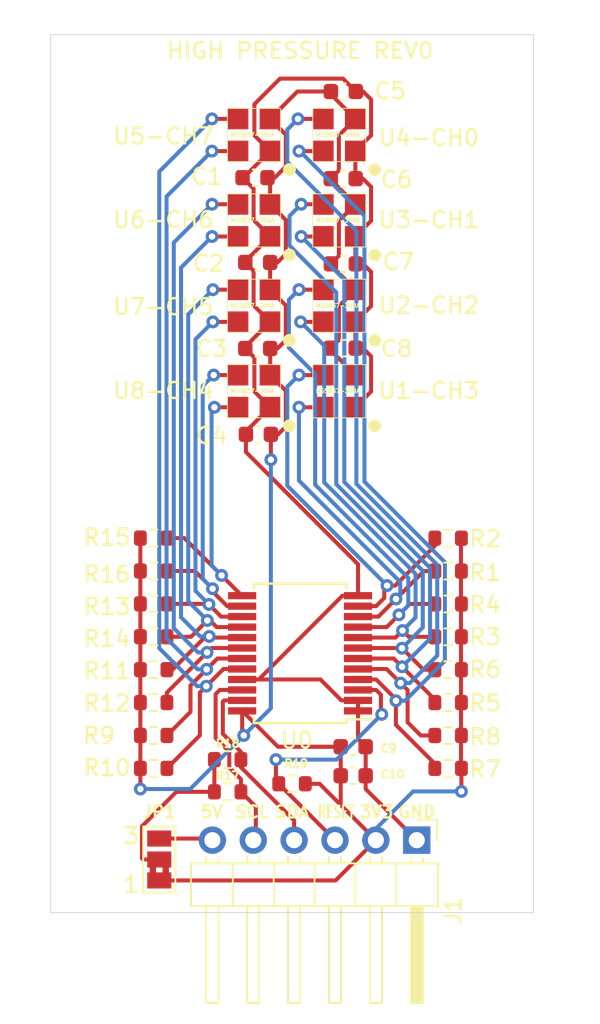
<source format=kicad_pcb>
(kicad_pcb (version 20211014) (generator pcbnew)
  (layers (0 "F.Cu" signal) (31 "B.Cu" signal) (34 "B.Paste" user) (35 "F.Paste" user) (36 "B.SilkS" user "B.Silkscreen") (37 "F.SilkS" user "F.Silkscreen") (38 "B.Mask" user) (39 "F.Mask" user) (44 "Edge.Cuts" user))
  (net 0 "")
  (net 1 "Net-(J1-Pad3)")
  (net 2 "+3V3")
  (net 3 "GND")
  (net 4 "Net-(J1-Pad4)")
  (net 5 "Net-(J1-Pad5)")
  (net 6 "Net-(R1-Pad2)")
  (net 7 "Net-(R2-Pad2)")
  (net 8 "Net-(R3-Pad2)")
  (net 9 "Net-(R4-Pad2)")
  (net 10 "Net-(R5-Pad2)")
  (net 11 "Net-(R6-Pad2)")
  (net 12 "Net-(R7-Pad2)")
  (net 13 "Net-(R8-Pad2)")
  (net 14 "Net-(R9-Pad2)")
  (net 15 "Net-(R10-Pad2)")
  (net 16 "Net-(R11-Pad2)")
  (net 17 "Net-(R12-Pad2)")
  (net 18 "Net-(R13-Pad2)")
  (net 19 "Net-(R14-Pad2)")
  (net 20 "Net-(R15-Pad2)")
  (net 21 "Net-(R16-Pad2)")
  (net 22 "+5V")
  (net 23 "Net-(JP1-Pad2)")
  (footprint "Capacitor_SMD:C_0603_1608Metric" (layer "F.Cu") (at 127.2 50.38)
    (fp_text reference "C1")
    (fp_text value "06034C104KAT2A")
  )
  (footprint "Capacitor_SMD:C_0603_1608Metric" (layer "F.Cu") (at 127.37 55.64)
    (fp_text reference "C2")
    (fp_text value "06034C104KAT2A")
  )
  (footprint "Capacitor_SMD:C_0603_1608Metric" (layer "F.Cu") (at 127.37 60.98)
    (fp_text reference "C3")
    (fp_text value "06034C104KAT2A")
  )
  (footprint "Capacitor_SMD:C_0603_1608Metric" (layer "F.Cu") (at 127.41 66.31)
    (fp_text reference "C4")
    (fp_text value "06034C104KAT2A")
  )
  (footprint "Capacitor_SMD:C_0603_1608Metric" (layer "F.Cu") (at 132.69 45.03 180)
    (fp_text reference "C5")
    (fp_text value "06034C104KAT2A")
  )
  (footprint "Capacitor_SMD:C_0603_1608Metric" (layer "F.Cu") (at 132.68 50.44 180)
    (fp_text reference "C6")
    (fp_text value "06034C104KAT2A")
  )
  (footprint "Capacitor_SMD:C_0603_1608Metric" (layer "F.Cu") (at 132.69 55.73 180)
    (fp_text reference "C7")
    (fp_text value "06034C104KAT2A")
  )
  (footprint "Capacitor_SMD:C_0603_1608Metric" (layer "F.Cu") (at 132.68 60.96 180)
    (fp_text reference "C8")
    (fp_text value "06034C104KAT2A")
  )
  (footprint "Capacitor_SMD:C_0603_1608Metric" (layer "F.Cu") (at 133.3 85.7)
    (fp_text reference "C9")
    (fp_text value "C")
  )
  (footprint "Capacitor_SMD:C_0603_1608Metric" (layer "F.Cu") (at 133.3 87.5)
    (fp_text reference "C10")
    (fp_text value "C")
  )
  (footprint "Resistor_SMD:R_0603_1608Metric" (layer "F.Cu") (at 139.2 74.797958 180)
    (fp_text reference "R1")
    (fp_text value "R")
  )
  (footprint "Resistor_SMD:R_0603_1608Metric" (layer "F.Cu") (at 139.2 72.757142 180)
    (fp_text reference "R2")
    (fp_text value "R")
  )
  (footprint "Resistor_SMD:R_0603_1608Metric" (layer "F.Cu") (at 139.2 78.87959 180)
    (fp_text reference "R3")
    (fp_text value "R")
  )
  (footprint "Resistor_SMD:R_0603_1608Metric" (layer "F.Cu") (at 139.2 76.838774 180)
    (fp_text reference "R4")
    (fp_text value "R")
  )
  (footprint "Resistor_SMD:R_0603_1608Metric" (layer "F.Cu") (at 139.2 82.961222 180)
    (fp_text reference "R5")
    (fp_text value "R")
  )
  (footprint "Resistor_SMD:R_0603_1608Metric" (layer "F.Cu") (at 139.2 80.920406 180)
    (fp_text reference "R6")
    (fp_text value "R")
  )
  (footprint "Resistor_SMD:R_0603_1608Metric" (layer "F.Cu") (at 139.2 87.042857 180)
    (fp_text reference "R7")
    (fp_text value "R")
  )
  (footprint "Resistor_SMD:R_0603_1608Metric" (layer "F.Cu") (at 139.2 85.002038 180)
    (fp_text reference "R8")
    (fp_text value "R")
  )
  (footprint "Resistor_SMD:R_0603_1608Metric" (layer "F.Cu") (at 120.9 85.001016)
    (fp_text reference "R9")
    (fp_text value "R")
  )
  (footprint "Resistor_SMD:R_0603_1608Metric" (layer "F.Cu") (at 120.9 87.042857)
    (fp_text reference "R10")
    (fp_text value "R")
  )
  (footprint "Resistor_SMD:R_0603_1608Metric" (layer "F.Cu") (at 120.9 80.917344)
    (fp_text reference "R11")
    (fp_text value "R")
  )
  (footprint "Resistor_SMD:R_0603_1608Metric" (layer "F.Cu") (at 120.9 82.95918)
    (fp_text reference "R12")
    (fp_text value "R")
  )
  (footprint "Resistor_SMD:R_0603_1608Metric" (layer "F.Cu") (at 120.9 76.833672)
    (fp_text reference "R13")
    (fp_text value "R")
  )
  (footprint "Resistor_SMD:R_0603_1608Metric" (layer "F.Cu") (at 120.9 78.875508)
    (fp_text reference "R14")
    (fp_text value "R")
  )
  (footprint "Resistor_SMD:R_0603_1608Metric" (layer "F.Cu") (at 120.9 72.75)
    (fp_text reference "R15")
    (fp_text value "R")
  )
  (footprint "Resistor_SMD:R_0603_1608Metric" (layer "F.Cu") (at 120.9 74.791836)
    (fp_text reference "R16")
    (fp_text value "R")
  )
  (footprint "Resistor_SMD:R_0603_1608Metric" (layer "F.Cu") (at 125.5 88.5 180)
    (fp_text reference "R17")
    (fp_text value "R")
  )
  (footprint "Resistor_SMD:R_0603_1608Metric" (layer "F.Cu") (at 125.5 86.5 180)
    (fp_text reference "R18")
    (fp_text value "R")
  )
  (footprint "Resistor_SMD:R_0603_1608Metric" (layer "F.Cu") (at 129.5 88 180)
    (fp_text reference "R19")
    (fp_text value "R")
  )
  (footprint "Package_SO:SSOP-24_5.3x8.2mm_P0.65mm" (layer "F.Cu") (at 130 79.9 180)
    (fp_text reference "U0")
    (fp_text value "PCA9548ADB")
  )
  (footprint "HighPressureSensorArray_Footprints:MS5837-30B" (layer "F.Cu") (at 132.224 59.43)
    (fp_text reference "U1-CH3")
    (fp_text value "MS5837")
  )
  (footprint "HighPressureSensorArray_Footprints:MS5837-30B" (layer "F.Cu") (at 132.224 54.13)
    (fp_text reference "U2-CH2")
    (fp_text value "MS5837")
  )
  (footprint "HighPressureSensorArray_Footprints:MS5837-30B" (layer "F.Cu") (at 132.224 48.83)
    (fp_text reference "U3-CH1")
    (fp_text value "MS5837")
  )
  (footprint "HighPressureSensorArray_Footprints:MS5837-30B" (layer "F.Cu") (at 132.224 43.53)
    (fp_text reference "U4-CH0")
    (fp_text value "MS5837")
  )
  (footprint "HighPressureSensorArray_Footprints:MS5837-30B" (layer "F.Cu") (at 126.924 43.53)
    (fp_text reference "U5-CH7")
    (fp_text value "MS5837")
  )
  (footprint "HighPressureSensorArray_Footprints:MS5837-30B" (layer "F.Cu") (at 126.924 48.83)
    (fp_text reference "U6-CH6")
    (fp_text value "MS5837")
  )
  (footprint "HighPressureSensorArray_Footprints:MS5837-30B" (layer "F.Cu") (at 126.924 54.13)
    (fp_text reference "U7-CH5")
    (fp_text value "MS5837")
  )
  (footprint "HighPressureSensorArray_Footprints:MS5837-30B" (layer "F.Cu") (at 126.924 59.43)
    (fp_text reference "U8-CH4")
    (fp_text value "MS5837")
  )
  (footprint "MountingHole:MountingHole_2.1mm" (layer "F.Cu") (at 117.5 44.5 90)
    (fp_text reference "H1" hide)
    (fp_text value "MountingHole")
  )
  (footprint "MountingHole:MountingHole_2.1mm" (layer "F.Cu") (at 141.5 44.5)
    (fp_text reference "H2" hide)
    (fp_text value "MountingHole")
  )
  (footprint "MountingHole:MountingHole_2.1mm" (layer "F.Cu") (at 141.5 93)
    (fp_text reference "H3" hide)
    (fp_text value "MountingHole")
  )
  (footprint "MountingHole:MountingHole_2.1mm" (layer "F.Cu") (at 117.5 93)
    (fp_text reference "H4" hide)
    (fp_text value "MountingHole")
  )
  (footprint "Jumper:SolderJumper-3_P1.3mm_Bridged2Bar12_Pad1.0x1.5mm_NumberLabels" (layer "F.Cu") (at 121.25 92.7 90)
    (fp_text reference "JP1")
    (fp_text value "SolderJumper_3_Bridged12")
  )
  (footprint "Connector_PinHeader_2.54mm:PinHeader_1x06_P2.54mm_Horizontal" (layer "F.Cu") (at 137.25 91.5 -90)
    (fp_text reference "J1")
    (fp_text value "Conn_01x06")
  )
  (gr_line (start 142.5 41.5) (end 144.5 41.5) (layer "Edge.Cuts") (width 0.05))
  (gr_line (start 117.5 96) (end 116 96) (layer "Edge.Cuts") (width 0.05))
  (gr_line (start 114.5 41.5) (end 116 41.5) (layer "Edge.Cuts") (width 0.05))
  (gr_line (start 117.5 96) (end 142.5 96) (layer "Edge.Cuts") (width 0.05))
  (gr_line (start 142.5 96) (end 144.5 96) (layer "Edge.Cuts") (width 0.05))
  (gr_line (start 114.5 96) (end 114.5 41.5) (layer "Edge.Cuts") (width 0.05))
  (gr_line (start 117.5 41.5) (end 142.5 41.5) (layer "Edge.Cuts") (width 0.05))
  (gr_line (start 144.5 96) (end 144.5 41.5) (layer "Edge.Cuts") (width 0.05))
  (gr_line (start 117.5 41.5) (end 116 41.5) (layer "Edge.Cuts") (width 0.05))
  (gr_line (start 116 96) (end 114.5 96) (layer "Edge.Cuts") (width 0.05))
  (gr_text "GND" (at 137.25 89.75) (layer "F.SilkS") (effects (font (size 0.75 0.75))))
  (gr_text "SCL" (at 127 89.75) (layer "F.SilkS") (effects (font (size 0.75 0.75))))
  (gr_text "3V3" (at 134.75 89.75) (layer "F.SilkS") (effects (font (size 0.75 0.75))))
  (gr_text "RESET" (at 132.25 89.75) (layer "F.SilkS") (effects (font (size 0.75 0.5) (thickness 0.125))))
  (gr_text "HIGH PRESSURE REV0" (at 130 42.5) (layer "F.SilkS") (effects (font (size 1 1))))
  (gr_text "SDA" (at 129.5 89.75) (layer "F.SilkS") (effects (font (size 0.75 0.75))))
  (gr_text "5V" (at 124.5 89.75) (layer "F.SilkS") (effects (font (size 0.75 0.75))))
  (segment (start 135.024999 82.474999) (end 135.024999 83.640808) (width 0.25) (layer "F.Cu") (net 1))
  (segment (start 133.6 82.175) (end 134.725 82.175) (width 0.25) (layer "F.Cu") (net 1))
  (segment (start 128.675 88) (end 128.675 88.005) (width 0.25) (layer "F.Cu") (net 1))
  (segment (start 128.5 86.5) (end 128.5 87.825) (width 0.25) (layer "F.Cu") (net 1))
  (segment (start 128.5 87.825) (end 128.675 88) (width 0.25) (layer "F.Cu") (net 1))
  (segment (start 128.675 88.005) (end 132.17 91.5) (width 0.25) (layer "F.Cu") (net 1))
  (segment (start 134.725 82.175) (end 135.024999 82.474999) (width 0.25) (layer "F.Cu") (net 1))
  (segment (start 135.024999 83.640808) (end 135.075014 83.690823) (width 0.25) (layer "F.Cu") (net 1))
  (via (at 135.075014 83.690823) (size 0.8) (drill 0.4) (layers "F.Cu" "B.Cu") (net 1))
  (via (at 128.5 86.5) (size 0.8) (drill 0.4) (layers "F.Cu" "B.Cu") (net 1))
  (segment (start 132.265837 86.5) (end 128.5 86.5) (width 0.25) (layer "B.Cu") (net 1))
  (segment (start 135.075014 83.690823) (end 132.265837 86.5) (width 0.25) (layer "B.Cu") (net 1))
  (segment (start 128.185 67.885) (end 128.185 67.885) (width 0.25) (layer "F.Cu") (net 2))
  (segment (start 140.025 88.475) (end 140.025 88.475) (width 0.25) (layer "F.Cu") (net 2))
  (segment (start 120.075 88.325) (end 120.075 88.325) (width 0.25) (layer "F.Cu") (net 2))
  (segment (start 128.145 62.622) (end 128.1366 62.6304) (width 0.25) (layer "F.Cu") (net 2))
  (segment (start 128.425 50.38) (end 129.111601 49.693399) (width 0.25) (layer "F.Cu") (net 2))
  (segment (start 121.25 94) (end 132.21 94) (width 0.25) (layer "F.Cu") (net 2))
  (segment (start 132.411601 49.933399) (end 131.905 50.44) (width 0.25) (layer "F.Cu") (net 2))
  (segment (start 130.275 85.7) (end 132.525 85.7) (width 0.25) (layer "F.Cu") (net 2))
  (segment (start 128.145 60.98) (end 128.595 60.98) (width 0.25) (layer "F.Cu") (net 2))
  (segment (start 128.1366 57.3304) (end 128.1366 55.6484) (width 0.25) (layer "F.Cu") (net 2))
  (segment (start 130.325 88) (end 131.21 88) (width 0.25) (layer "F.Cu") (net 2))
  (segment (start 130.325 88) (end 130.325 88.19141) (width 0.25) (layer "F.Cu") (net 2))
  (segment (start 120.075 72.75) (end 120.075 87.042857) (width 0.25) (layer "F.Cu") (net 2))
  (segment (start 129.837 45.03) (end 131.915 45.03) (width 0.25) (layer "F.Cu") (net 2))
  (segment (start 133.4366 46.7304) (end 132.411601 47.755399) (width 0.25) (layer "F.Cu") (net 2))
  (segment (start 128.1366 52.0304) (end 128.1366 50.5416) (width 0.25) (layer "F.Cu") (net 2))
  (segment (start 131.915 55.73) (end 131.915 55.8088) (width 0.25) (layer "F.Cu") (net 2))
  (segment (start 131.915 55.8088) (end 133.4366 57.3304) (width 0.25) (layer "F.Cu") (net 2))
  (segment (start 132.525 85.7) (end 128.625 85.7) (width 0.25) (layer "F.Cu") (net 2))
  (segment (start 133.445 62.622) (end 133.4366 62.6304) (width 0.25) (layer "F.Cu") (net 2))
  (segment (start 128.595 60.98) (end 129.111601 60.463399) (width 0.25) (layer "F.Cu") (net 2))
  (segment (start 128.1366 50.5416) (end 127.975 50.38) (width 0.25) (layer "F.Cu") (net 2))
  (segment (start 127.975 50.38) (end 128.425 50.38) (width 0.25) (layer "F.Cu") (net 2))
  (segment (start 131.915 45.2088) (end 133.4366 46.7304) (width 0.25) (layer "F.Cu") (net 2))
  (segment (start 131.21 88) (end 132.48 89.27) (width 0.25) (layer "F.Cu") (net 2))
  (segment (start 132.411601 47.755399) (end 132.411601 49.933399) (width 0.25) (layer "F.Cu") (net 2))
  (segment (start 140 72.714285) (end 140 87) (width 0.25) (layer "F.Cu") (net 2))
  (segment (start 131.915 45.03) (end 131.915 45.2088) (width 0.25) (layer "F.Cu") (net 2))
  (segment (start 129.111601 53.005401) (end 128.1366 52.0304) (width 0.25) (layer "F.Cu") (net 2))
  (segment (start 132.411601 55.233399) (end 131.915 55.73) (width 0.25) (layer "F.Cu") (net 2))
  (segment (start 132.411601 58.355399) (end 132.411601 60.453399) (width 0.25) (layer "F.Cu") (net 2))
  (segment (start 129.111601 63.605401) (end 129.111601 65.833399) (width 0.25) (layer "F.Cu") (net 2))
  (segment (start 129.111601 58.305401) (end 128.1366 57.3304) (width 0.25) (layer "F.Cu") (net 2))
  (segment (start 131.905 60.96) (end 131.905 61.0988) (width 0.25) (layer "F.Cu") (net 2))
  (segment (start 132.525 85.7) (end 132.525 87.5) (width 0.25) (layer "F.Cu") (net 2))
  (segment (start 132.411601 60.453399) (end 131.905 60.96) (width 0.25) (layer "F.Cu") (net 2))
  (segment (start 133.475 46.692) (end 133.4366 46.7304) (width 0.25) (layer "F.Cu") (net 2))
  (segment (start 131.905 50.4988) (end 133.4366 52.0304) (width 0.25) (layer "F.Cu") (net 2))
  (segment (start 133.455 57.312) (end 133.4366 57.3304) (width 0.25) (layer "F.Cu") (net 2))
  (segment (start 140.025 87.042857) (end 140.025 88.475) (width 0.25) (layer "F.Cu") (net 2))
  (segment (start 127.5625 84.6375) (end 126.4 83.475) (width 0.25) (layer "F.Cu") (net 2))
  (segment (start 126.4 84.899992) (end 126.5 84.999992) (width 0.25) (layer "F.Cu") (net 2))
  (segment (start 129.111601 49.693399) (end 129.111601 47.705401) (width 0.25) (layer "F.Cu") (net 2))
  (segment (start 126.4 83.475) (end 126.4 84.899992) (width 0.25) (layer "F.Cu") (net 2))
  (segment (start 132.411601 53.055399) (end 132.411601 55.233399) (width 0.25) (layer "F.Cu") (net 2))
  (segment (start 128.635 66.31) (end 128.185 66.31) (width 0.25) (layer "F.Cu") (net 2))
  (segment (start 129.111601 65.833399) (end 128.635 66.31) (width 0.25) (layer "F.Cu") (net 2))
  (segment (start 132.525 87.5) (end 132.525 89.225) (width 0.25) (layer "F.Cu") (net 2))
  (segment (start 128.595 55.64) (end 129.111601 55.123399) (width 0.25) (layer "F.Cu") (net 2))
  (segment (start 128.145 55.64) (end 128.595 55.64) (width 0.25) (layer "F.Cu") (net 2))
  (segment (start 129.111601 60.463399) (end 129.111601 58.305401) (width 0.25) (layer "F.Cu") (net 2))
  (segment (start 132.48 89.27) (end 134.71 91.5) (width 0.25) (layer "F.Cu") (net 2))
  (segment (start 128.145 60.98) (end 128.145 62.622) (width 0.25) (layer "F.Cu") (net 2))
  (segment (start 128.1366 55.6484) (end 128.145 55.64) (width 0.25) (layer "F.Cu") (net 2))
  (segment (start 128.1366 62.6304) (end 129.111601 63.605401) (width 0.25) (layer "F.Cu") (net 2))
  (segment (start 128.185 66.31) (end 128.185 67.885) (width 0.25) (layer "F.Cu") (net 2))
  (segment (start 131.905 50.44) (end 131.905 50.4988) (width 0.25) (layer "F.Cu") (net 2))
  (segment (start 132.21 94) (end 134.71 91.5) (width 0.25) (layer "F.Cu") (net 2))
  (segment (start 132.525 89.225) (end 132.48 89.27) (width 0.25) (layer "F.Cu") (net 2))
  (segment (start 128.1366 46.7304) (end 129.837 45.03) (width 0.25) (layer "F.Cu") (net 2))
  (segment (start 133.415 52.0088) (end 133.4366 52.0304) (width 0.25) (layer "F.Cu") (net 2))
  (segment (start 129.111601 55.123399) (end 129.111601 53.005401) (width 0.25) (layer "F.Cu") (net 2))
  (segment (start 129.111601 47.705401) (end 128.1366 46.7304) (width 0.25) (layer "F.Cu") (net 2))
  (segment (start 120.075 87.042857) (end 120.075 88.325) (width 0.25) (layer "F.Cu") (net 2))
  (segment (start 131.905 61.0988) (end 133.4366 62.6304) (width 0.25) (layer "F.Cu") (net 2))
  (segment (start 128.625 85.7) (end 127.5625 84.6375) (width 0.25) (layer "F.Cu") (net 2))
  (segment (start 128.492602 46.7304) (end 128.1366 46.7304) (width 0.25) (layer "F.Cu") (net 2))
  (segment (start 133.4366 57.3304) (end 132.411601 58.355399) (width 0.25) (layer "F.Cu") (net 2))
  (segment (start 133.4366 52.0304) (end 132.411601 53.055399) (width 0.25) (layer "F.Cu") (net 2))
  (via (at 140.025 88.475) (size 0.8) (drill 0.4) (layers "F.Cu" "B.Cu") (net 2))
  (via (at 126.5 84.999992) (size 0.8) (drill 0.4) (layers "F.Cu" "B.Cu") (net 2))
  (via (at 120.075 88.325) (size 0.8) (drill 0.4) (layers "F.Cu" "B.Cu") (net 2))
  (via (at 128.185 67.885) (size 0.8) (drill 0.4) (layers "F.Cu" "B.Cu") (net 2))
  (segment (start 120.075 88.325) (end 123.174992 88.325) (width 0.25) (layer "B.Cu") (net 2))
  (segment (start 134.214998 91.5) (end 133.96 91.5) (width 0.25) (layer "B.Cu") (net 2))
  (segment (start 137.025 88.475) (end 134.71 90.79) (width 0.25) (layer "B.Cu") (net 2))
  (segment (start 140.025 88.475) (end 137.025 88.475) (width 0.25) (layer "B.Cu") (net 2))
  (segment (start 123.174992 88.325) (end 126.5 84.999992) (width 0.25) (layer "B.Cu") (net 2))
  (segment (start 128.185 67.885) (end 128.185 83.314992) (width 0.25) (layer "B.Cu") (net 2))
  (segment (start 134.71 90.79) (end 134.71 91.5) (width 0.25) (layer "B.Cu") (net 2))
  (segment (start 128.185 83.314992) (end 126.5 84.999992) (width 0.25) (layer "B.Cu") (net 2))
  (segment (start 134.075 85.7) (end 134.075 87.5) (width 0.25) (layer "F.Cu") (net 3))
  (segment (start 132.66499 44.22999) (end 133.465 45.03) (width 0.25) (layer "F.Cu") (net 3))
  (segment (start 133.4366 48.7304) (end 133.4366 50.4216) (width 0.25) (layer "F.Cu") (net 3))
  (segment (start 134.411601 47.755399) (end 133.4366 48.7304) (width 0.25) (layer "F.Cu") (net 3))
  (segment (start 127.161599 61.546599) (end 126.595 60.98) (width 0.25) (layer "F.Cu") (net 3))
  (segment (start 126.595 55.572) (end 128.1366 54.0304) (width 0.25) (layer "F.Cu") (net 3))
  (segment (start 127.161599 45.820399) (end 128.752008 44.22999) (width 0.25) (layer "F.Cu") (net 3))
  (segment (start 134.411601 58.355399) (end 133.4366 59.3304) (width 0.25) (layer "F.Cu") (net 3))
  (segment (start 133.915 45.03) (end 134.411601 45.526601) (width 0.25) (layer "F.Cu") (net 3))
  (segment (start 133.465 45.03) (end 133.915 45.03) (width 0.25) (layer "F.Cu") (net 3))
  (segment (start 127.161599 47.755399) (end 127.161599 45.820399) (width 0.25) (layer "F.Cu") (net 3))
  (segment (start 126.595 60.98) (end 126.595 60.872) (width 0.25) (layer "F.Cu") (net 3))
  (segment (start 133.915 55.73) (end 134.411601 56.226601) (width 0.25) (layer "F.Cu") (net 3))
  (segment (start 126.595 60.872) (end 128.1366 59.3304) (width 0.25) (layer "F.Cu") (net 3))
  (segment (start 127.111601 56.156601) (end 126.595 55.64) (width 0.25) (layer "F.Cu") (net 3))
  (segment (start 126.487 50.38) (end 128.1366 48.7304) (width 0.25) (layer "F.Cu") (net 3))
  (segment (start 126.635 66.31) (end 126.635 66.132) (width 0.25) (layer "F.Cu") (net 3))
  (segment (start 133.4366 55.7016) (end 133.465 55.73) (width 0.25) (layer "F.Cu") (net 3))
  (segment (start 134.5 88.75) (end 137.25 91.5) (width 0.25) (layer "F.Cu") (net 3))
  (segment (start 127.111601 53.005401) (end 127.111601 51.066601) (width 0.25) (layer "F.Cu") (net 3))
  (segment (start 133.905 60.96) (end 134.411601 61.466601) (width 0.25) (layer "F.Cu") (net 3))
  (segment (start 132.564998 82.825) (end 133.6 82.825) (width 0.25) (layer "F.Cu") (net 3))
  (segment (start 126.4 81.525) (end 131.264998 81.525) (width 0.25) (layer "F.Cu") (net 3))
  (segment (start 126.635 66.31) (end 126.635 67.408002) (width 0.25) (layer "F.Cu") (net 3))
  (segment (start 131.264998 81.525) (end 132.564998 82.825) (width 0.25) (layer "F.Cu") (net 3))
  (segment (start 133.905 50.44) (end 134.411601 50.946601) (width 0.25) (layer "F.Cu") (net 3))
  (segment (start 133.465 55.73) (end 133.915 55.73) (width 0.25) (layer "F.Cu") (net 3))
  (segment (start 128.1366 48.7304) (end 127.161599 47.755399) (width 0.25) (layer "F.Cu") (net 3))
  (segment (start 127.161599 63.655399) (end 127.161599 61.546599) (width 0.25) (layer "F.Cu") (net 3))
  (segment (start 133.4366 50.4216) (end 133.455 50.44) (width 0.25) (layer "F.Cu") (net 3))
  (segment (start 133.6 82.825) (end 133.6 83.475) (width 0.25) (layer "F.Cu") (net 3))
  (segment (start 133.455 50.44) (end 133.905 50.44) (width 0.25) (layer "F.Cu") (net 3))
  (segment (start 134.411601 53.055399) (end 133.4366 54.0304) (width 0.25) (layer "F.Cu") (net 3))
  (segment (start 134.411601 63.655399) (end 133.4366 64.6304) (width 0.25) (layer "F.Cu") (net 3))
  (segment (start 134.411601 45.526601) (end 134.411601 47.755399) (width 0.25) (layer "F.Cu") (net 3))
  (segment (start 134.411601 56.226601) (end 134.411601 58.355399) (width 0.25) (layer "F.Cu") (net 3))
  (segment (start 133.4366 59.3304) (end 133.4366 60.9416) (width 0.25) (layer "F.Cu") (net 3))
  (segment (start 128.752008 44.22999) (end 132.66499 44.22999) (width 0.25) (layer "F.Cu") (net 3))
  (segment (start 128.1366 64.6304) (end 127.161599 63.655399) (width 0.25) (layer "F.Cu") (net 3))
  (segment (start 126.595 55.64) (end 126.595 55.572) (width 0.25) (layer "F.Cu") (net 3))
  (segment (start 127.435002 81.525) (end 126.4 81.525) (width 0.25) (layer "F.Cu") (net 3))
  (segment (start 134.075 88.325) (end 134.5 88.75) (width 0.25) (layer "F.Cu") (net 3))
  (segment (start 126.635 66.132) (end 128.1366 64.6304) (width 0.25) (layer "F.Cu") (net 3))
  (segment (start 126.425 50.38) (end 126.487 50.38) (width 0.25) (layer "F.Cu") (net 3))
  (segment (start 133.4366 60.9416) (end 133.455 60.96) (width 0.25) (layer "F.Cu") (net 3))
  (segment (start 126.635 67.408002) (end 133.6 74.373002) (width 0.25) (layer "F.Cu") (net 3))
  (segment (start 133.6 74.373002) (end 133.6 76.325) (width 0.25) (layer "F.Cu") (net 3))
  (segment (start 133.6 76.325) (end 132.635002 76.325) (width 0.25) (layer "F.Cu") (net 3))
  (segment (start 128.1366 54.0304) (end 127.111601 53.005401) (width 0.25) (layer "F.Cu") (net 3))
  (segment (start 133.455 60.96) (end 133.905 60.96) (width 0.25) (layer "F.Cu") (net 3))
  (segment (start 134.411601 61.466601) (end 134.411601 63.655399) (width 0.25) (layer "F.Cu") (net 3))
  (segment (start 127.111601 51.066601) (end 126.425 50.38) (width 0.25) (layer "F.Cu") (net 3))
  (segment (start 132.635002 76.325) (end 127.435002 81.525) (width 0.25) (layer "F.Cu") (net 3))
  (segment (start 127.111601 58.305401) (end 127.111601 56.156601) (width 0.25) (layer "F.Cu") (net 3))
  (segment (start 133.4366 54.0304) (end 133.4366 55.7016) (width 0.25) (layer "F.Cu") (net 3))
  (segment (start 134.411601 50.946601) (end 134.411601 53.055399) (width 0.25) (layer "F.Cu") (net 3))
  (segment (start 134.075 87.5) (end 134.075 88.325) (width 0.25) (layer "F.Cu") (net 3))
  (segment (start 133.6 83.475) (end 133.6 85.225) (width 0.25) (layer "F.Cu") (net 3))
  (segment (start 133.6 85.225) (end 134.075 85.7) (width 0.25) (layer "F.Cu") (net 3))
  (segment (start 128.1366 59.3304) (end 127.111601 58.305401) (width 0.25) (layer "F.Cu") (net 3))
  (segment (start 125.275 82.825) (end 125.199999 82.900001) (width 0.25) (layer "F.Cu") (net 4))
  (segment (start 126.325 86.025) (end 126.325 86.5) (width 0.25) (layer "F.Cu") (net 4))
  (segment (start 125.200011 84.900011) (end 126.325 86.025) (width 0.25) (layer "F.Cu") (net 4))
  (segment (start 126.4 82.825) (end 125.275 82.825) (width 0.25) (layer "F.Cu") (net 4))
  (segment (start 129.63 90.28) (end 129.63 91.5) (width 0.25) (layer "F.Cu") (net 4))
  (segment (start 125.199999 82.900001) (end 125.199999 83.960001) (width 0.25) (layer "F.Cu") (net 4))
  (segment (start 126.325 86.975) (end 129.63 90.28) (width 0.25) (layer "F.Cu") (net 4))
  (segment (start 125.199999 83.960001) (end 125.200011 83.960013) (width 0.25) (layer "F.Cu") (net 4))
  (segment (start 126.325 86.5) (end 126.325 86.975) (width 0.25) (layer "F.Cu") (net 4))
  (segment (start 125.200011 83.960013) (end 125.200011 84.900011) (width 0.25) (layer "F.Cu") (net 4))
  (segment (start 125.011281 82.175) (end 124.75 82.436281) (width 0.25) (layer "F.Cu") (net 5))
  (segment (start 126.4 82.175) (end 125.011281 82.175) (width 0.25) (layer "F.Cu") (net 5))
  (segment (start 126.325 88.5) (end 127.25 89.425) (width 0.25) (layer "F.Cu") (net 5))
  (segment (start 124.749988 82.803599) (end 124.749988 84.146401) (width 0.25) (layer "F.Cu") (net 5))
  (segment (start 125.59999 86.007532) (end 125.59999 86.992468) (width 0.25) (layer "F.Cu") (net 5))
  (segment (start 126.325 87.717478) (end 126.325 88.5) (width 0.25) (layer "F.Cu") (net 5))
  (segment (start 124.749988 84.146401) (end 124.75 84.146413) (width 0.25) (layer "F.Cu") (net 5))
  (segment (start 124.75 84.146413) (end 124.75 85.157542) (width 0.25) (layer "F.Cu") (net 5))
  (segment (start 124.75 82.436281) (end 124.75 82.803587) (width 0.25) (layer "F.Cu") (net 5))
  (segment (start 127.25 91.34) (end 127.09 91.5) (width 0.25) (layer "F.Cu") (net 5))
  (segment (start 124.75 85.157542) (end 125.59999 86.007532) (width 0.25) (layer "F.Cu") (net 5))
  (segment (start 125.59999 86.992468) (end 126.325 87.717478) (width 0.25) (layer "F.Cu") (net 5))
  (segment (start 127.25 89.425) (end 127.25 91.34) (width 0.25) (layer "F.Cu") (net 5))
  (segment (start 124.75 82.803587) (end 124.749988 82.803599) (width 0.25) (layer "F.Cu") (net 5))
  (segment (start 129.9304 64.6304) (end 129.9304 64.6304) (width 0.25) (layer "F.Cu") (net 6))
  (segment (start 130.0304 64.6304) (end 129.9304 64.6304) (width 0.25) (layer "F.Cu") (net 6))
  (segment (start 138.375 74.797958) (end 137.690833 74.797958) (width 0.25) (layer "F.Cu") (net 6))
  (segment (start 131.4366 64.6304) (end 130.0304 64.6304) (width 0.25) (layer "F.Cu") (net 6))
  (segment (start 133.6 77.625) (end 134.863791 77.625) (width 0.25) (layer "F.Cu") (net 6))
  (segment (start 137.690833 74.797958) (end 135.957465 76.531326) (width 0.25) (layer "F.Cu") (net 6))
  (segment (start 134.863791 77.625) (end 135.957465 76.531326) (width 0.25) (layer "F.Cu") (net 6))
  (via (at 135.957465 76.531326) (size 0.8) (drill 0.4) (layers "F.Cu" "B.Cu") (net 6))
  (via (at 129.9304 64.6304) (size 0.8) (drill 0.4) (layers "F.Cu" "B.Cu") (net 6))
  (segment (start 129.9304 69.1804) (end 136.225001 75.475001) (width 0.25) (layer "B.Cu") (net 6))
  (segment (start 136.225001 75.475001) (end 136.225001 76.26379) (width 0.25) (layer "B.Cu") (net 6))
  (segment (start 129.9304 64.6304) (end 129.9304 69.1804) (width 0.25) (layer "B.Cu") (net 6))
  (segment (start 136.225001 76.26379) (end 135.957465 76.531326) (width 0.25) (layer "B.Cu") (net 6))
  (segment (start 129.9304 62.6304) (end 129.9304 62.6304) (width 0.25) (layer "F.Cu") (net 7))
  (segment (start 138.375 73.232142) (end 135.90934 75.697802) (width 0.25) (layer "F.Cu") (net 7))
  (segment (start 134.725 76.975) (end 135.232464 76.467536) (width 0.25) (layer "F.Cu") (net 7))
  (segment (start 133.6 76.975) (end 134.725 76.975) (width 0.25) (layer "F.Cu") (net 7))
  (segment (start 138.375 72.757142) (end 138.375 73.232142) (width 0.25) (layer "F.Cu") (net 7))
  (segment (start 131.4366 62.6304) (end 129.9304 62.6304) (width 0.25) (layer "F.Cu") (net 7))
  (segment (start 135.232464 75.870299) (end 135.404961 75.697802) (width 0.25) (layer "F.Cu") (net 7))
  (segment (start 135.232464 76.467536) (end 135.232464 75.870299) (width 0.25) (layer "F.Cu") (net 7))
  (segment (start 135.90934 75.697802) (end 135.404961 75.697802) (width 0.25) (layer "F.Cu") (net 7))
  (via (at 135.404961 75.697802) (size 0.8) (drill 0.4) (layers "F.Cu" "B.Cu") (net 7))
  (via (at 129.9304 62.6304) (size 0.8) (drill 0.4) (layers "F.Cu" "B.Cu") (net 7))
  (segment (start 129.205399 63.355401) (end 129.205399 69.49824) (width 0.25) (layer "B.Cu") (net 7))
  (segment (start 129.205399 69.49824) (end 135.404961 75.697802) (width 0.25) (layer "B.Cu") (net 7))
  (segment (start 129.9304 62.6304) (end 129.205399 63.355401) (width 0.25) (layer "B.Cu") (net 7))
  (segment (start 130.0304 59.3304) (end 130.0304 59.3304) (width 0.25) (layer "F.Cu") (net 8))
  (segment (start 136.75797 78.87959) (end 138.375 78.87959) (width 0.25) (layer "F.Cu") (net 8))
  (segment (start 135.93059 78.925) (end 136.366985 78.488605) (width 0.25) (layer "F.Cu") (net 8))
  (segment (start 133.6 78.925) (end 135.93059 78.925) (width 0.25) (layer "F.Cu") (net 8))
  (segment (start 131.4366 59.3304) (end 130.1304 59.3304) (width 0.25) (layer "F.Cu") (net 8))
  (segment (start 136.366985 78.488605) (end 136.75797 78.87959) (width 0.25) (layer "F.Cu") (net 8))
  (segment (start 130.1304 59.3304) (end 130.0304 59.3304) (width 0.25) (layer "F.Cu") (net 8))
  (via (at 130.0304 59.3304) (size 0.8) (drill 0.4) (layers "F.Cu" "B.Cu") (net 8))
  (via (at 136.366985 78.488605) (size 0.8) (drill 0.4) (layers "F.Cu" "B.Cu") (net 8))
  (segment (start 130.0304 59.3304) (end 131.5 60.8) (width 0.25) (layer "B.Cu") (net 8))
  (segment (start 137.175007 77.680583) (end 136.366985 78.488605) (width 0.25) (layer "B.Cu") (net 8))
  (segment (start 137.175007 74.970651) (end 137.175007 77.680583) (width 0.25) (layer "B.Cu") (net 8))
  (segment (start 131.5 60.8) (end 131.5 69.295644) (width 0.25) (layer "B.Cu") (net 8))
  (segment (start 131.5 69.295644) (end 137.175007 74.970651) (width 0.25) (layer "B.Cu") (net 8))
  (segment (start 129.9304 57.3304) (end 129.9304 57.3304) (width 0.25) (layer "F.Cu") (net 9))
  (segment (start 136.818693 76.838774) (end 136.143606 77.513861) (width 0.25) (layer "F.Cu") (net 9))
  (segment (start 138.375 76.838774) (end 136.818693 76.838774) (width 0.25) (layer "F.Cu") (net 9))
  (segment (start 131.4366 57.3304) (end 129.9304 57.3304) (width 0.25) (layer "F.Cu") (net 9))
  (segment (start 135.382467 78.275) (end 136.143606 77.513861) (width 0.25) (layer "F.Cu") (net 9))
  (segment (start 133.6 78.275) (end 135.382467 78.275) (width 0.25) (layer "F.Cu") (net 9))
  (via (at 136.143606 77.513861) (size 0.8) (drill 0.4) (layers "F.Cu" "B.Cu") (net 9))
  (via (at 129.9304 57.3304) (size 0.8) (drill 0.4) (layers "F.Cu" "B.Cu") (net 9))
  (segment (start 129.9304 57.3304) (end 129.305399 57.955401) (width 0.25) (layer "B.Cu") (net 9))
  (segment (start 130.936501 69.436501) (end 136.725001 75.225001) (width 0.25) (layer "B.Cu") (net 9))
  (segment (start 136.725001 76.932466) (end 136.143606 77.513861) (width 0.25) (layer "B.Cu") (net 9))
  (segment (start 129.305399 57.955401) (end 129.305399 60.932397) (width 0.25) (layer "B.Cu") (net 9))
  (segment (start 129.305399 60.932397) (end 130.936501 62.563499) (width 0.25) (layer "B.Cu") (net 9))
  (segment (start 130.936501 62.563499) (end 130.936501 69.436501) (width 0.25) (layer "B.Cu") (net 9))
  (segment (start 136.725001 75.225001) (end 136.725001 76.932466) (width 0.25) (layer "B.Cu") (net 9))
  (segment (start 130.0696 54.0304) (end 130.0696 54.0304) (width 0.25) (layer "F.Cu") (net 10))
  (segment (start 131.4366 54.0304) (end 130.0696 54.0304) (width 0.25) (layer "F.Cu") (net 10))
  (segment (start 133.6 80.225) (end 135.823986 80.225) (width 0.25) (layer "F.Cu") (net 10))
  (segment (start 138.375 82.776014) (end 136.335351 80.736365) (width 0.25) (layer "F.Cu") (net 10))
  (segment (start 138.375 82.961222) (end 138.375 82.776014) (width 0.25) (layer "F.Cu") (net 10))
  (segment (start 135.823986 80.225) (end 136.335351 80.736365) (width 0.25) (layer "F.Cu") (net 10))
  (via (at 130.0696 54.0304) (size 0.8) (drill 0.4) (layers "F.Cu" "B.Cu") (net 10))
  (via (at 136.335351 80.736365) (size 0.8) (drill 0.4) (layers "F.Cu" "B.Cu") (net 10))
  (segment (start 138.075029 74.59785) (end 138.075029 78.996687) (width 0.25) (layer "B.Cu") (net 10))
  (segment (start 138.075029 78.996687) (end 136.335351 80.736365) (width 0.25) (layer "B.Cu") (net 10))
  (segment (start 130.0696 54.0304) (end 132.75 56.7108) (width 0.25) (layer "B.Cu") (net 10))
  (segment (start 132.75 56.7108) (end 132.75 69.272821) (width 0.25) (layer "B.Cu") (net 10))
  (segment (start 132.75 69.272821) (end 138.075029 74.59785) (width 0.25) (layer "B.Cu") (net 10))
  (segment (start 130.0696 52.0304) (end 130.0696 52.0304) (width 0.25) (layer "F.Cu") (net 11))
  (segment (start 136.325 79.575) (end 136.33619 79.58619) (width 0.25) (layer "F.Cu") (net 11))
  (segment (start 131.4366 52.0304) (end 130.0696 52.0304) (width 0.25) (layer "F.Cu") (net 11))
  (segment (start 137.670406 80.920406) (end 136.33619 79.58619) (width 0.25) (layer "F.Cu") (net 11))
  (segment (start 133.6 79.575) (end 136.325 79.575) (width 0.25) (layer "F.Cu") (net 11))
  (segment (start 138.375 80.920406) (end 137.670406 80.920406) (width 0.25) (layer "F.Cu") (net 11))
  (via (at 136.33619 79.58619) (size 0.8) (drill 0.4) (layers "F.Cu" "B.Cu") (net 11))
  (via (at 130.0696 52.0304) (size 0.8) (drill 0.4) (layers "F.Cu" "B.Cu") (net 11))
  (segment (start 137.625018 74.784251) (end 137.625018 78.297362) (width 0.25) (layer "B.Cu") (net 11))
  (segment (start 137.625018 78.297362) (end 136.33619 79.58619) (width 0.25) (layer "B.Cu") (net 11))
  (segment (start 132.25 57.5) (end 132.25 69.409233) (width 0.25) (layer "B.Cu") (net 11))
  (segment (start 129.344599 52.755401) (end 129.344599 54.594599) (width 0.25) (layer "B.Cu") (net 11))
  (segment (start 129.344599 54.594599) (end 132.25 57.5) (width 0.25) (layer "B.Cu") (net 11))
  (segment (start 130.0696 52.0304) (end 129.344599 52.755401) (width 0.25) (layer "B.Cu") (net 11))
  (segment (start 132.25 69.409233) (end 137.625018 74.784251) (width 0.25) (layer "B.Cu") (net 11))
  (segment (start 129.9304 48.7304) (end 129.9304 48.7304) (width 0.25) (layer "F.Cu") (net 12))
  (segment (start 135.957015 82.757015) (end 135.957015 82.847552) (width 0.25) (layer "F.Cu") (net 12))
  (segment (start 134.725 81.525) (end 135.957015 82.757015) (width 0.25) (layer "F.Cu") (net 12))
  (segment (start 138.375 87.042857) (end 138.375 86.758929) (width 0.25) (layer "F.Cu") (net 12))
  (segment (start 133.6 81.525) (end 134.725 81.525) (width 0.25) (layer "F.Cu") (net 12))
  (segment (start 131.4366 48.7304) (end 129.9304 48.7304) (width 0.25) (layer "F.Cu") (net 12))
  (segment (start 138.375 86.758929) (end 135.957015 84.340944) (width 0.25) (layer "F.Cu") (net 12))
  (segment (start 135.957015 84.340944) (end 135.957015 82.847552) (width 0.25) (layer "F.Cu") (net 12))
  (via (at 135.957015 82.847552) (size 0.8) (drill 0.4) (layers "F.Cu" "B.Cu") (net 12))
  (via (at 129.9304 48.7304) (size 0.8) (drill 0.4) (layers "F.Cu" "B.Cu") (net 12))
  (segment (start 139 74.25) (end 134 69.25) (width 0.25) (layer "B.Cu") (net 12))
  (segment (start 135.957015 82.847552) (end 136.5227 82.847552) (width 0.25) (layer "B.Cu") (net 12))
  (segment (start 134 69.25) (end 134 52.75) (width 0.25) (layer "B.Cu") (net 12))
  (segment (start 139 80.370252) (end 139 74.25) (width 0.25) (layer "B.Cu") (net 12))
  (segment (start 136.5227 82.847552) (end 139 80.370252) (width 0.25) (layer "B.Cu") (net 12))
  (segment (start 134 52.75) (end 129.9804 48.7304) (width 0.25) (layer "B.Cu") (net 12))
  (segment (start 129.9804 48.7304) (end 129.9304 48.7304) (width 0.25) (layer "B.Cu") (net 12))
  (segment (start 129.8696 46.7304) (end 129.8696 46.7304) (width 0.25) (layer "F.Cu") (net 13))
  (segment (start 137.502038 85.002038) (end 138.375 85.002038) (width 0.25) (layer "F.Cu") (net 13))
  (segment (start 136.682016 82.182022) (end 136.682016 84.182016) (width 0.25) (layer "F.Cu") (net 13))
  (segment (start 135.374994 80.875) (end 136.249994 81.75) (width 0.25) (layer "F.Cu") (net 13))
  (segment (start 136.682016 84.182016) (end 137.502038 85.002038) (width 0.25) (layer "F.Cu") (net 13))
  (segment (start 131.4366 46.7304) (end 129.8696 46.7304) (width 0.25) (layer "F.Cu") (net 13))
  (segment (start 136.249994 81.75) (end 136.682016 82.182022) (width 0.25) (layer "F.Cu") (net 13))
  (segment (start 133.6 80.875) (end 135.374994 80.875) (width 0.25) (layer "F.Cu") (net 13))
  (via (at 129.8696 46.7304) (size 0.8) (drill 0.4) (layers "F.Cu" "B.Cu") (net 13))
  (via (at 136.249994 81.75) (size 0.8) (drill 0.4) (layers "F.Cu" "B.Cu") (net 13))
  (segment (start 136.815679 81.75) (end 136.249994 81.75) (width 0.25) (layer "B.Cu") (net 13))
  (segment (start 133.5 53.693899) (end 133.5 69.38641) (width 0.25) (layer "B.Cu") (net 13))
  (segment (start 129.8696 46.7304) (end 129.205399 47.394601) (width 0.25) (layer "B.Cu") (net 13))
  (segment (start 138.52504 80.040639) (end 136.815679 81.75) (width 0.25) (layer "B.Cu") (net 13))
  (segment (start 138.52504 74.41145) (end 138.52504 80.040639) (width 0.25) (layer "B.Cu") (net 13))
  (segment (start 133.5 69.38641) (end 138.52504 74.41145) (width 0.25) (layer "B.Cu") (net 13))
  (segment (start 129.205399 49.399298) (end 133.5 53.693899) (width 0.25) (layer "B.Cu") (net 13))
  (segment (start 129.205399 47.394601) (end 129.205399 49.399298) (width 0.25) (layer "B.Cu") (net 13))
  (segment (start 124.5196 48.7304) (end 124.5196 48.7304) (width 0.25) (layer "F.Cu") (net 14))
  (segment (start 124.862959 80.225) (end 124.192304 80.895655) (width 0.25) (layer "F.Cu") (net 14))
  (segment (start 123.1885 81.899459) (end 124.192304 80.895655) (width 0.25) (layer "F.Cu") (net 14))
  (segment (start 121.725 85.001016) (end 123.1885 83.537516) (width 0.25) (layer "F.Cu") (net 14))
  (segment (start 126.1366 48.7304) (end 124.5196 48.7304) (width 0.25) (layer "F.Cu") (net 14))
  (segment (start 126.4 80.225) (end 124.862959 80.225) (width 0.25) (layer "F.Cu") (net 14))
  (segment (start 123.1885 83.537516) (end 123.1885 81.899459) (width 0.25) (layer "F.Cu") (net 14))
  (via (at 124.5196 48.7304) (size 0.8) (drill 0.4) (layers "F.Cu" "B.Cu") (net 14))
  (via (at 124.192304 80.895655) (size 0.8) (drill 0.4) (layers "F.Cu" "B.Cu") (net 14))
  (segment (start 123.626619 80.895655) (end 124.192304 80.895655) (width 0.25) (layer "B.Cu") (net 14))
  (segment (start 121.700011 51.549989) (end 121.700011 78.969047) (width 0.25) (layer "B.Cu") (net 14))
  (segment (start 124.5196 48.7304) (end 121.700011 51.549989) (width 0.25) (layer "B.Cu") (net 14))
  (segment (start 121.700011 78.969047) (end 123.626619 80.895655) (width 0.25) (layer "B.Cu") (net 14))
  (segment (start 124.5196 46.7304) (end 124.5196 46.7304) (width 0.25) (layer "F.Cu") (net 15))
  (segment (start 125.238279 80.875) (end 124.171929 81.94135) (width 0.25) (layer "F.Cu") (net 15))
  (segment (start 126.1366 46.7304) (end 124.5196 46.7304) (width 0.25) (layer "F.Cu") (net 15))
  (segment (start 121.725 87.042857) (end 123.77193 84.995927) (width 0.25) (layer "F.Cu") (net 15))
  (segment (start 126.4 80.875) (end 125.238279 80.875) (width 0.25) (layer "F.Cu") (net 15))
  (segment (start 123.77193 84.995927) (end 123.77193 82.341349) (width 0.25) (layer "F.Cu") (net 15))
  (segment (start 123.77193 82.341349) (end 124.171929 81.94135) (width 0.25) (layer "F.Cu") (net 15))
  (via (at 124.5196 46.7304) (size 0.8) (drill 0.4) (layers "F.Cu" "B.Cu") (net 15))
  (via (at 124.171929 81.94135) (size 0.8) (drill 0.4) (layers "F.Cu" "B.Cu") (net 15))
  (segment (start 121.25 79.585106) (end 123.606244 81.94135) (width 0.25) (layer "B.Cu") (net 15))
  (segment (start 123.606244 81.94135) (end 124.171929 81.94135) (width 0.25) (layer "B.Cu") (net 15))
  (segment (start 124.5196 46.7304) (end 121.25 50) (width 0.25) (layer "B.Cu") (net 15))
  (segment (start 121.25 50) (end 121.25 79.585106) (width 0.25) (layer "B.Cu") (net 15))
  (segment (start 124.5304 54.0304) (end 124.5304 54.0304) (width 0.25) (layer "F.Cu") (net 16))
  (segment (start 126.4 78.85) (end 126.375001 78.825001) (width 0.25) (layer "F.Cu") (net 16))
  (segment (start 126.1366 54.0304) (end 124.5304 54.0304) (width 0.25) (layer "F.Cu") (net 16))
  (segment (start 124.425936 78.925) (end 124.35625 78.855314) (width 0.25) (layer "F.Cu") (net 16))
  (segment (start 126.4 78.925) (end 126.4 78.85) (width 0.25) (layer "F.Cu") (net 16))
  (segment (start 124.134321 78.855314) (end 124.35625 78.855314) (width 0.25) (layer "F.Cu") (net 16))
  (segment (start 126.4 78.925) (end 124.425936 78.925) (width 0.25) (layer "F.Cu") (net 16))
  (segment (start 122.072291 80.917344) (end 124.134321 78.855314) (width 0.25) (layer "F.Cu") (net 16))
  (segment (start 121.725 80.917344) (end 122.072291 80.917344) (width 0.25) (layer "F.Cu") (net 16))
  (via (at 124.5304 54.0304) (size 0.8) (drill 0.4) (layers "F.Cu" "B.Cu") (net 16))
  (via (at 124.35625 78.855314) (size 0.8) (drill 0.4) (layers "F.Cu" "B.Cu") (net 16))
  (segment (start 124.5304 54.0304) (end 122.600033 55.960767) (width 0.25) (layer "B.Cu") (net 16))
  (segment (start 122.600033 55.960767) (end 122.600033 77.664782) (width 0.25) (layer "B.Cu") (net 16))
  (segment (start 123.790565 78.855314) (end 124.35625 78.855314) (width 0.25) (layer "B.Cu") (net 16))
  (segment (start 122.600033 77.664782) (end 123.790565 78.855314) (width 0.25) (layer "B.Cu") (net 16))
  (segment (start 124.5304 52.0304) (end 124.5304 52.0304) (width 0.25) (layer "F.Cu") (net 17))
  (segment (start 121.725 82.337639) (end 124.217049 79.84559) (width 0.25) (layer "F.Cu") (net 17))
  (segment (start 121.725 82.95918) (end 121.725 82.337639) (width 0.25) (layer "F.Cu") (net 17))
  (segment (start 126.1366 52.0304) (end 124.5304 52.0304) (width 0.25) (layer "F.Cu") (net 17))
  (segment (start 126.4 79.575) (end 124.487639 79.575) (width 0.25) (layer "F.Cu") (net 17))
  (segment (start 124.487639 79.575) (end 124.217049 79.84559) (width 0.25) (layer "F.Cu") (net 17))
  (via (at 124.5304 52.0304) (size 0.8) (drill 0.4) (layers "F.Cu" "B.Cu") (net 17))
  (via (at 124.217049 79.84559) (size 0.8) (drill 0.4) (layers "F.Cu" "B.Cu") (net 17))
  (segment (start 123.651364 79.84559) (end 124.217049 79.84559) (width 0.25) (layer "B.Cu") (net 17))
  (segment (start 122.150022 54.410778) (end 122.150022 78.344248) (width 0.25) (layer "B.Cu") (net 17))
  (segment (start 122.150022 78.344248) (end 123.651364 79.84559) (width 0.25) (layer "B.Cu") (net 17))
  (segment (start 124.5304 52.0304) (end 122.150022 54.410778) (width 0.25) (layer "B.Cu") (net 17))
  (segment (start 124.5804 59.3304) (end 124.5804 59.3304) (width 0.25) (layer "F.Cu") (net 18))
  (segment (start 126.4 77.625) (end 125.092141 77.625) (width 0.25) (layer "F.Cu") (net 18))
  (segment (start 125.092141 77.625) (end 124.334858 76.867717) (width 0.25) (layer "F.Cu") (net 18))
  (segment (start 121.725 76.833672) (end 124.300813 76.833672) (width 0.25) (layer "F.Cu") (net 18))
  (segment (start 124.300813 76.833672) (end 124.334858 76.867717) (width 0.25) (layer "F.Cu") (net 18))
  (segment (start 126.1366 59.3304) (end 124.5804 59.3304) (width 0.25) (layer "F.Cu") (net 18))
  (via (at 124.5804 59.3304) (size 0.8) (drill 0.4) (layers "F.Cu" "B.Cu") (net 18))
  (via (at 124.334858 76.867717) (size 0.8) (drill 0.4) (layers "F.Cu" "B.Cu") (net 18))
  (segment (start 123.500055 76.032914) (end 124.334858 76.867717) (width 0.25) (layer "B.Cu") (net 18))
  (segment (start 123.500055 60.410745) (end 123.500055 76.032914) (width 0.25) (layer "B.Cu") (net 18))
  (segment (start 124.5804 59.3304) (end 123.500055 60.410745) (width 0.25) (layer "B.Cu") (net 18))
  (segment (start 124.5804 57.3304) (end 124.5804 57.3304) (width 0.25) (layer "F.Cu") (net 19))
  (segment (start 126.4 78.275) (end 124.813583 78.275) (width 0.25) (layer "F.Cu") (net 19))
  (segment (start 126.1366 57.3304) (end 124.5804 57.3304) (width 0.25) (layer "F.Cu") (net 19))
  (segment (start 124.401291 77.862708) (end 124.234774 77.862708) (width 0.25) (layer "F.Cu") (net 19))
  (segment (start 124.813583 78.275) (end 124.401291 77.862708) (width 0.25) (layer "F.Cu") (net 19))
  (segment (start 123.221974 78.875508) (end 124.234774 77.862708) (width 0.25) (layer "F.Cu") (net 19))
  (segment (start 121.725 78.875508) (end 123.221974 78.875508) (width 0.25) (layer "F.Cu") (net 19))
  (via (at 124.5804 57.3304) (size 0.8) (drill 0.4) (layers "F.Cu" "B.Cu") (net 19))
  (via (at 124.234774 77.862708) (size 0.8) (drill 0.4) (layers "F.Cu" "B.Cu") (net 19))
  (segment (start 123.050044 58.860756) (end 123.050044 76.677978) (width 0.25) (layer "B.Cu") (net 19))
  (segment (start 123.050044 76.677978) (end 124.234774 77.862708) (width 0.25) (layer "B.Cu") (net 19))
  (segment (start 124.5804 57.3304) (end 123.050044 58.860756) (width 0.25) (layer "B.Cu") (net 19))
  (segment (start 124.6304 64.6304) (end 124.6304 64.6304) (width 0.25) (layer "F.Cu") (net 20))
  (segment (start 126.1366 64.6304) (end 124.675076 64.6304) (width 0.25) (layer "F.Cu") (net 20))
  (segment (start 122.806129 72.75) (end 125.122606 75.066477) (width 0.25) (layer "F.Cu") (net 20))
  (segment (start 126.381129 76.325) (end 125.122606 75.066477) (width 0.25) (layer "F.Cu") (net 20))
  (segment (start 121.725 72.75) (end 122.806129 72.75) (width 0.25) (layer "F.Cu") (net 20))
  (segment (start 126.4 76.325) (end 126.381129 76.325) (width 0.25) (layer "F.Cu") (net 20))
  (via (at 125.122606 75.066477) (size 0.8) (drill 0.4) (layers "F.Cu" "B.Cu") (net 20))
  (via (at 124.675076 64.6304) (size 0.8) (drill 0.4) (layers "F.Cu" "B.Cu") (net 20))
  (segment (start 125.122606 75.066477) (end 124.5 74.443871) (width 0.25) (layer "B.Cu") (net 20))
  (segment (start 124.5 74.443871) (end 124.5 64.805476) (width 0.25) (layer "B.Cu") (net 20))
  (segment (start 124.5 64.805476) (end 124.675076 64.6304) (width 0.25) (layer "B.Cu") (net 20))
  (segment (start 124.6304 62.6304) (end 124.6304 62.6304) (width 0.25) (layer "F.Cu") (net 21))
  (segment (start 123.458734 74.791836) (end 124.56036 75.893462) (width 0.25) (layer "F.Cu") (net 21))
  (segment (start 124.56036 76.06036) (end 124.56036 75.893462) (width 0.25) (layer "F.Cu") (net 21))
  (segment (start 121.725 74.791836) (end 123.458734 74.791836) (width 0.25) (layer "F.Cu") (net 21))
  (segment (start 125.475 76.975) (end 124.56036 76.06036) (width 0.25) (layer "F.Cu") (net 21))
  (segment (start 126.4 76.975) (end 125.475 76.975) (width 0.25) (layer "F.Cu") (net 21))
  (segment (start 126.1366 62.6304) (end 124.6304 62.6304) (width 0.25) (layer "F.Cu") (net 21))
  (via (at 124.56036 75.893462) (size 0.8) (drill 0.4) (layers "F.Cu" "B.Cu") (net 21))
  (via (at 124.6304 62.6304) (size 0.8) (drill 0.4) (layers "F.Cu" "B.Cu") (net 21))
  (segment (start 124.6304 62.6304) (end 123.950066 63.310734) (width 0.25) (layer "B.Cu") (net 21))
  (segment (start 123.950066 75.283168) (end 124.56036 75.893462) (width 0.25) (layer "B.Cu") (net 21))
  (segment (start 123.950066 63.310734) (end 123.950066 75.283168) (width 0.25) (layer "B.Cu") (net 21))
  (segment (start 124.45 91.4) (end 124.55 91.5) (width 0.25) (layer "F.Cu") (net 22))
  (segment (start 121.25 91.4) (end 124.45 91.4) (width 0.25) (layer "F.Cu") (net 22))
  (segment (start 120.174999 90.639999) (end 120.174999 92.624999) (width 0.25) (layer "F.Cu") (net 23))
  (segment (start 124.675 86.5) (end 124.675 88.5) (width 0.25) (layer "F.Cu") (net 23))
  (segment (start 122.314998 88.5) (end 120.174999 90.639999) (width 0.25) (layer "F.Cu") (net 23))
  (segment (start 120.174999 92.624999) (end 120.25 92.7) (width 0.25) (layer "F.Cu") (net 23))
  (segment (start 124.675 88.5) (end 122.314998 88.5) (width 0.25) (layer "F.Cu") (net 23))
  (segment (start 120.25 92.7) (end 121.25 92.7) (width 0.25) (layer "F.Cu") (net 23))
)
</source>
